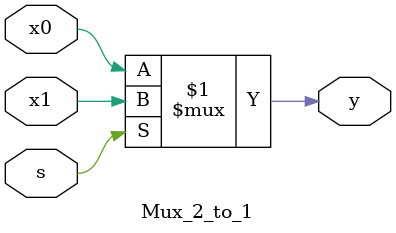
<source format=v>
module Mux_2_to_1(x1,x0,s,y);
input x1,x0,s;
output y;

assign y = s ? x1 : x0;
endmodule

</source>
